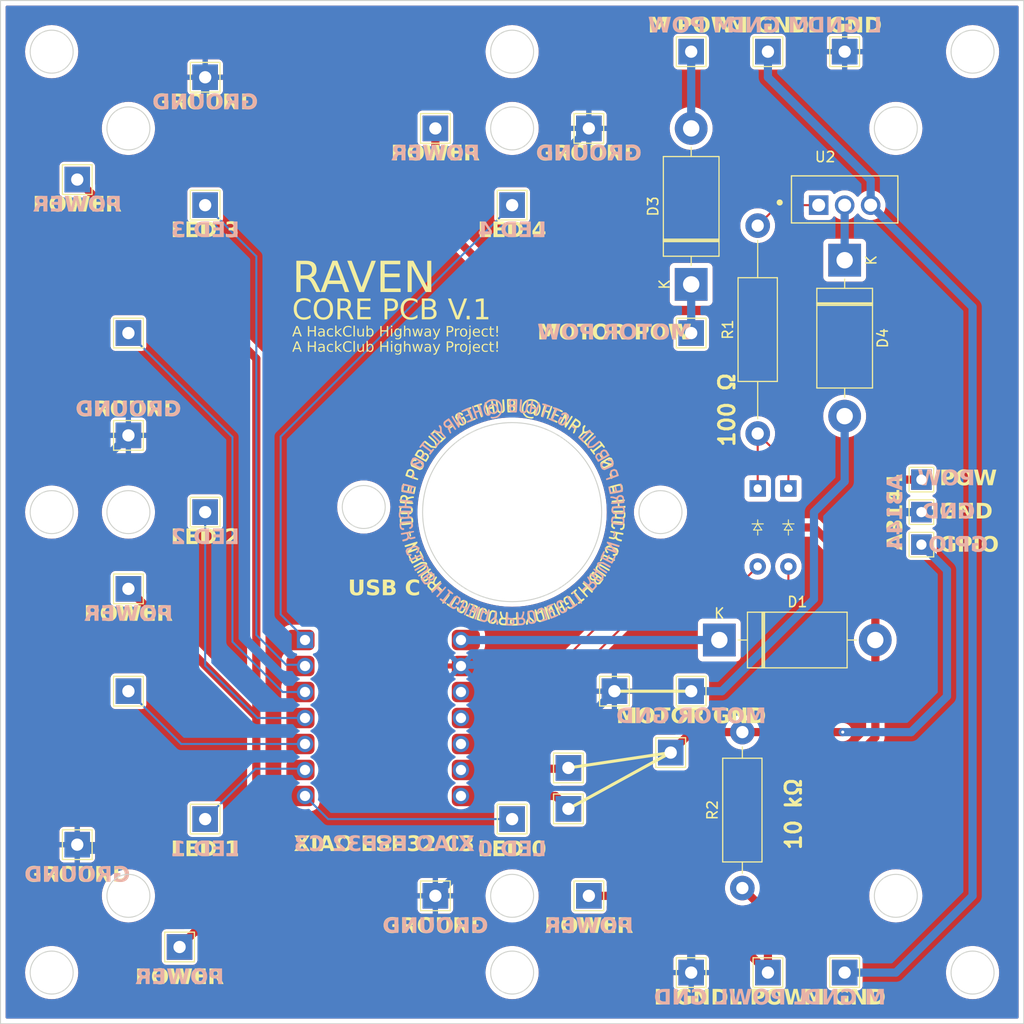
<source format=kicad_pcb>
(kicad_pcb (version 20240108) (generator "pcbnew") (generator_version "8.0")
  (layers (0 "F.Cu" signal) (31 "B.Cu" signal) (34 "B.Paste" user) (35 "F.Paste" user) (36 "B.SilkS" user "B.Silkscreen") (37 "F.SilkS" user "F.Silkscreen") (38 "B.Mask" user) (39 "F.Mask" user) (44 "Edge.Cuts" user))
  (net 0 "")
  (net 1 "Net-(D1-K)")
  (net 2 "A3114E POW")
  (net 3 "MOTOR+")
  (net 4 "MOTOR-")
  (net 5 "Net-(D4-K)")
  (net 6 "Net-(R1-Pad2)")
  (net 7 "Net-(D2-K)")
  (net 8 "A3144E GPIO")
  (net 9 "Net-(D2-A)")
  (net 10 "LED_0")
  (net 12 "LED_4")
  (net 13 "LED_BACKUP_1")
  (net 14 "LED_2")
  (net 15 "LED_3")
  (net 16 "LED_BACKUP_2")
  (net 17 "LED_1")
  (net 18 "M_5V")
  (net 19 "A3144E GND")
  (net 20 "M_GND")
  (net 21 "Net-(D5-A)")
  (footprint "TestPoint:TestPoint_THTPad_2.5x2.5mm_Drill1.2mm" (layer "F.Cu") (at 167.5 117.5)
    (property "Reference" "REF**" (hide yes))
    (property "Value" "TestPoint_THTPad_2.5x2.5mm_Drill1.2mm" (hide yes))
    (pad "0" thru_hole rect (at 0 0) (size 2.5 2.5) (drill 1.2) (layers "*.Cu" "*.Mask") (net 4 "MOTOR-"))
  )
  (footprint "TestPoint:TestPoint_THTPad_2.5x2.5mm_Drill1.2mm" (layer "F.Cu") (at 175 145)
    (property "Reference" "REF**" (hide yes))
    (property "Value" "TestPoint_THTPad_2.5x2.5mm_Drill1.2mm" (hide yes))
    (pad "0" thru_hole rect (at 0 0) (size 2.5 2.5) (drill 1.2) (layers "*.Cu" "*.Mask") (net 2 "A3114E POW"))
  )
  (footprint "TestPoint:TestPoint_THTPad_2.5x2.5mm_Drill1.2mm" (layer "F.Cu") (at 112.5 92.5)
    (property "Reference" "REF**" (hide yes))
    (property "Value" "TestPoint_THTPad_2.5x2.5mm_Drill1.2mm" (hide yes))
    (pad "1" thru_hole rect (at 0 0) (size 2.5 2.5) (drill 1.2) (layers "*.Cu" "*.Mask") (net 19 "A3144E GND"))
  )
  (footprint "TestPoint:TestPoint_THTPad_2.0x2.0mm_Drill1.0mm" (layer "F.Cu") (at 190 100)
    (property "Reference" "REF**" (hide yes))
    (property "Value" "TestPoint_THTPad_2.0x2.0mm_Drill1.0mm" (hide yes))
    (pad "3" thru_hole rect (at 0 0) (size 2 2) (drill 1) (layers "*.Cu" "*.Mask") (net 19 "A3144E GND"))
  )
  (footprint "TestPoint:TestPoint_THTPad_2.5x2.5mm_Drill1.2mm" (layer "F.Cu") (at 155.5 129 180)
    (property "Reference" "REF**" (hide yes))
    (property "Value" "TestPoint_THTPad_2.5x2.5mm_Drill1.2mm" (hide yes))
    (pad "4" thru_hole rect (at 0 0 180) (size 2.5 2.5) (drill 1.2) (layers "*.Cu" "*.Mask") (net 8 "A3144E GPIO"))
  )
  (footprint "TestPoint:TestPoint_THTPad_2.5x2.5mm_Drill1.2mm" (layer "F.Cu") (at 157.5 137.5)
    (property "Reference" "REF**" (hide yes))
    (property "Value" "TestPoint_THTPad_2.5x2.5mm_Drill1.2mm" (hide yes))
    (pad "1" thru_hole rect (at 0 0) (size 2.5 2.5) (drill 1.2) (layers "*.Cu" "*.Mask") (net 2 "A3114E POW"))
  )
  (footprint "TestPoint:TestPoint_THTPad_2.5x2.5mm_Drill1.2mm" (layer "F.Cu") (at 157.5 62.5)
    (property "Reference" "REF**" (hide yes))
    (property "Value" "TestPoint_THTPad_2.5x2.5mm_Drill1.2mm" (hide yes))
    (pad "1" thru_hole rect (at 0 0) (size 2.5 2.5) (drill 1.2) (layers "*.Cu" "*.Mask") (net 19 "A3144E GND"))
  )
  (footprint "TestPoint:TestPoint_THTPad_2.5x2.5mm_Drill1.2mm" (layer "F.Cu") (at 112.5 82.5)
    (property "Reference" "REF**" (hide yes))
    (property "Value" "TestPoint_THTPad_2.5x2.5mm_Drill1.2mm" (hide yes))
    (pad "1" thru_hole rect (at 0 0) (size 2.5 2.5) (drill 1.2) (layers "*.Cu" "*.Mask" "Eco2.User") (net 16 "LED_BACKUP_2"))
  )
  (footprint "TestPoint:TestPoint_THTPad_2.5x2.5mm_Drill1.2mm" (layer "F.Cu") (at 150 130)
    (property "Reference" "REF**" (hide yes))
    (property "Value" "TestPoint_THTPad_2.5x2.5mm_Drill1.2mm" (hide yes))
    (pad "1" thru_hole rect (at 0 0) (size 2.5 2.5) (drill 1.2) (layers "*.Cu" "*.Mask") (net 10 "LED_0"))
  )
  (footprint "TestPoint:TestPoint_THTPad_2.5x2.5mm_Drill1.2mm" (layer "F.Cu") (at 150 70)
    (property "Reference" "REF**" (hide yes))
    (property "Value" "TestPoint_THTPad_2.5x2.5mm_Drill1.2mm" (hide yes))
    (pad "1" thru_hole rect (at 0 0) (size 2.5 2.5) (drill 1.2) (layers "*.Cu" "*.Mask") (net 12 "LED_4"))
  )
  (footprint "LOGO" (layer "F.Cu") (at 150 100 45)
    (property "Reference" "G***" (hide yes))
    (property "Value" "LOGO" (hide yes))
  )
  (footprint "Resistor_THT:R_Axial_DIN0411_L9.9mm_D3.6mm_P15.24mm_Horizontal" (layer "F.Cu") (at 172.5 136.74 90)
    (property "Reference" "R2" (at 7.62 -2.92 90) (layer "F.SilkS"))
    (property "Value" "Resistor")
    (pad "1" thru_hole circle (at 0 0 90) (size 2.4 2.4) (drill 1.2) (layers "*.Cu" "*.Mask") (net 2 "A3114E POW"))
    (pad "2" thru_hole oval (at 15.24 0 90) (size 2.4 2.4) (drill 1.2) (layers "*.Cu" "*.Mask") (net 8 "A3144E GPIO"))
  )
  (footprint "TestPoint:TestPoint_THTPad_2.5x2.5mm_Drill1.2mm" (layer "F.Cu") (at 120 57.5)
    (property "Reference" "REF**" (hide yes))
    (property "Value" "TestPoint_THTPad_2.5x2.5mm_Drill1.2mm" (hide yes))
    (pad "1" thru_hole rect (at 0 0) (size 2.5 2.5) (drill 1.2) (layers "*.Cu" "*.Mask") (net 19 "A3144E GND"))
  )
  (footprint "TestPoint:TestPoint_THTPad_2.5x2.5mm_Drill1.2mm" (layer "F.Cu") (at 142.5 62.5)
    (property "Reference" "REF**" (hide yes))
    (property "Value" "TestPoint_THTPad_2.5x2.5mm_Drill1.2mm" (hide yes))
    (pad "1" thru_hole rect (at 0 0) (size 2.5 2.5) (drill 1.2) (layers "*.Cu" "*.Mask") (net 2 "A3114E POW"))
  )
  (footprint "TestPoint:TestPoint_THTPad_2.5x2.5mm_Drill1.2mm" (layer "F.Cu") (at 107.5 67.5)
    (property "Reference" "REF**" (hide yes))
    (property "Value" "TestPoint_THTPad_2.5x2.5mm_Drill1.2mm" (hide yes))
    (pad "1" thru_hole rect (at 0 0) (size 2.5 2.5) (drill 1.2) (layers "*.Cu" "*.Mask") (net 2 "A3114E POW"))
  )
  (footprint "TestPoint:TestPoint_THTPad_2.5x2.5mm_Drill1.2mm" (layer "F.Cu") (at 155.5 125 180)
    (property "Reference" "REF**" (hide yes))
    (property "Value" "TestPoint_THTPad_2.5x2.5mm_Drill1.2mm" (hide yes))
    (pad "4" thru_hole rect (at 0 0 180) (size 2.5 2.5) (drill 1.2) (layers "*.Cu" "*.Mask") (net 8 "A3144E GPIO"))
  )
  (footprint "TestPoint:TestPoint_THTPad_2.5x2.5mm_Drill1.2mm" (layer "F.Cu") (at 112.5 117.5)
    (property "Reference" "REF**" (hide yes))
    (property "Value" "TestPoint_THTPad_2.5x2.5mm_Drill1.2mm" (hide yes))
    (pad "1" thru_hole rect (at 0 0) (size 2.5 2.5) (drill 1.2) (layers "*.Cu" "*.Mask" "Eco2.User") (net 13 "LED_BACKUP_1"))
  )
  (footprint "TestPoint:TestPoint_THTPad_2.5x2.5mm_Drill1.2mm" (layer "F.Cu") (at 160 117.5)
    (property "Reference" "REF**" (hide yes))
    (property "Value" "TestPoint_THTPad_2.5x2.5mm_Drill1.2mm" (hide yes))
    (pad "0" thru_hole rect (at 0 0) (size 2.5 2.5) (drill 1.2) (layers "*.Cu" "*.Mask") (net 19 "A3144E GND"))
  )
  (footprint "TestPoint:TestPoint_THTPad_2.5x2.5mm_Drill1.2mm" (layer "F.Cu") (at 120 130)
    (property "Reference" "REF**" (hide yes))
    (property "Value" "TestPoint_THTPad_2.5x2.5mm_Drill1.2mm" (hide yes))
    (pad "1" thru_hole rect (at 0 0) (size 2.5 2.5) (drill 1.2) (layers "*.Cu" "*.Mask") (net 17 "LED_1"))
  )
  (footprint "Resistor_THT:R_Axial_DIN0411_L9.9mm_D3.6mm_P20.32mm_Horizontal" (layer "F.Cu") (at 174 92.32 90)
    (property "Reference" "R1" (at 10.16 -2.92 90) (layer "F.SilkS"))
    (property "Value" "Resistor")
    (pad "1" thru_hole circle (at 0 0 90) (size 2.4 2.4) (drill 1.2) (layers "*.Cu" "*.Mask") (net 7 "Net-(D2-K)"))
    (pad "2" thru_hole oval (at 20.32 0 90) (size 2.4 2.4) (drill 1.2) (layers "*.Cu" "*.Mask") (net 6 "Net-(R1-Pad2)"))
  )
  (footprint "TestPoint:TestPoint_THTPad_2.5x2.5mm_Drill1.2mm" (layer "F.Cu") (at 165.5 123.5 180)
    (property "Reference" "REF**" (hide yes))
    (property "Value" "TestPoint_THTPad_2.5x2.5mm_Drill1.2mm" (hide yes))
    (pad "4" thru_hole rect (at 0 0 180) (size 2.5 2.5) (drill 1.2) (layers "*.Cu" "*.Mask") (net 8 "A3144E GPIO"))
  )
  (footprint "TestPoint:TestPoint_THTPad_2.5x2.5mm_Drill1.2mm" (layer "F.Cu") (at 167.5 145)
    (property "Reference" "REF**" (hide yes))
    (property "Value" "TestPoint_THTPad_2.5x2.5mm_Drill1.2mm" (hide yes))
    (pad "0" thru_hole rect (at 0 0) (size 2.5 2.5) (drill 1.2) (layers "*.Cu" "*.Mask") (net 19 "A3144E GND"))
  )
  (footprint "TestPoint:TestPoint_THTPad_2.5x2.5mm_Drill1.2mm" (layer "F.Cu") (at 120 100)
    (property "Reference" "REF**" (hide yes))
    (property "Value" "TestPoint_THTPad_2.5x2.5mm_Drill1.2mm" (hide yes))
    (pad "1" thru_hole rect (at 0 0) (size 2.5 2.5) (drill 1.2) (layers "*.Cu" "*.Mask") (net 14 "LED_2"))
  )
  (footprint "TestPoint:TestPoint_THTPad_2.5x2.5mm_Drill1.2mm" (layer "F.Cu") (at 175 55)
    (property "Reference" "REF**" (hide yes))
    (property "Value" "TestPoint_THTPad_2.5x2.5mm_Drill1.2mm" (hide yes))
    (pad "0" thru_hole rect (at 0 0) (size 2.5 2.5) (drill 1.2) (layers "*.Cu" "*.Mask") (net 20 "M_GND"))
  )
  (footprint "Diode_THT:D_DO-201AD_P15.24mm_Horizontal" (layer "F.Cu") (at 170.25 112.5)
    (property "Reference" "D1" (at 7.62 -3.72 0) (layer "F.SilkS"))
    (property "Value" "1N5822")
    (fp_text user "K" (at 0 -2.6 0) (layer "F.SilkS"))
    (pad "1" thru_hole rect (at 0 0) (size 3.2 3.2) (drill 1.6) (layers "*.Cu" "*.Mask") (net 1 "Net-(D1-K)"))
    (pad "2" thru_hole oval (at 15.24 0) (size 3.2 3.2) (drill 1.6) (layers "*.Cu" "*.Mask") (net 2 "A3114E POW"))
  )
  (footprint "TestPoint:TestPoint_THTPad_2.5x2.5mm_Drill1.2mm" (layer "F.Cu") (at 112.5 107.5)
    (property "Reference" "REF**" (hide yes))
    (property "Value" "TestPoint_THTPad_2.5x2.5mm_Drill1.2mm" (hide yes))
    (pad "1" thru_hole rect (at 0 0) (size 2.5 2.5) (drill 1.2) (layers "*.Cu" "*.Mask") (net 2 "A3114E POW"))
  )
  (footprint "TestPoint:TestPoint_THTPad_2.0x2.0mm_Drill1.0mm" (layer "F.Cu") (at 190 103.175)
    (property "Reference" "REF**" (hide yes))
    (property "Value" "TestPoint_THTPad_2.0x2.0mm_Drill1.0mm" (hide yes))
    (pad "3" thru_hole rect (at 0 0) (size 2 2) (drill 1) (layers "*.Cu" "*.Mask") (net 8 "A3144E GPIO"))
  )
  (footprint "TestPoint:TestPoint_THTPad_2.0x2.0mm_Drill1.0mm" (layer "F.Cu") (at 190 96.825)
    (property "Reference" "REF**" (hide yes))
    (property "Value" "TestPoint_THTPad_2.0x2.0mm_Drill1.0mm" (hide yes))
    (pad "3" thru_hole rect (at 0 0) (size 2 2) (drill 1) (layers "*.Cu" "*.Mask") (net 2 "A3114E POW"))
  )
  (footprint "TestPoint:TestPoint_THTPad_2.5x2.5mm_Drill1.2mm" (layer "F.Cu") (at 107.5 132.5)
    (property "Reference" "REF**" (hide yes))
    (property "Value" "TestPoint_THTPad_2.5x2.5mm_Drill1.2mm" (hide yes))
    (pad "1" thru_hole rect (at 0 0) (size 2.5 2.5) (drill 1.2) (layers "*.Cu" "*.Mask") (net 19 "A3144E GND"))
  )
  (footprint "Diode_THT:D_DO-201AD_P15.24mm_Horizontal" (layer "F.Cu") (at 167.5 77.74 90)
    (property "Reference" "D3" (at 7.62 -3.72 90) (layer "F.SilkS"))
    (property "Value" "1N5822")
    (fp_text user "K" (at 0 -2.6 90) (layer "F.SilkS"))
    (pad "1" thru_hole rect (at 0 0 90) (size 3.2 3.2) (drill 1.6) (layers "*.Cu" "*.Mask") (net 3 "MOTOR+"))
    (pad "2" thru_hole oval (at 15.24 0 90) (size 3.2 3.2) (drill 1.6) (layers "*.Cu" "*.Mask") (net 18 "M_5V"))
  )
  (footprint "TestPoint:TestPoint_THTPad_2.5x2.5mm_Drill1.2mm" (layer "F.Cu") (at 142.5 137.5)
    (property "Reference" "REF**" (hide yes))
    (property "Value" "TestPoint_THTPad_2.5x2.5mm_Drill1.2mm" (hide yes))
    (pad "1" thru_hole rect (at 0 0) (size 2.5 2.5) (drill 1.2) (layers "*.Cu" "*.Mask") (net 19 "A3144E GND"))
  )
  (footprint "ScottoKeebs_MCU:Seeed_XIAO_RP2040" (layer "F.Cu") (at 137.38 120.12)
    (property "Reference" "U1" (hide yes))
    (property "Value" "MCU_Seeed_XIAO_ESP32-C3")
    (pad "1" smd roundrect (at -8.065 -7.62) (size 2.75 2) (layers "F.Cu" "F.Paste" "F.Mask") (net 12 "LED_4"))
    (pad "1" thru_hole rect (at -7.62 -7.62 90) (size 1.6 1.6) (drill 1) (layers "*.Cu" "*.Mask") (net 12 "LED_4"))
    (pad "2" smd roundrect (at -8.065 -5.08) (size 2.75 2) (layers "F.Cu" "F.Paste" "F.Mask") (net 15 "LED_3"))
    (pad "2" thru_hole circle (at -7.62 -5.08 90) (size 1.6 1.6) (drill 1) (layers "*.Cu" "*.Mask") (net 15 "LED_3"))
    (pad "3" smd roundrect (at -8.065 -2.54) (size 2.75 2) (layers "F.Cu" "F.Paste" "F.Mask") (net 16 "LED_BACKUP_2"))
    (pad "3" thru_hole circle (at -7.62 -2.54 90) (size 1.6 1.6) (drill 1) (layers "*.Cu" "*.Mask") (net 16 "LED_BACKUP_2"))
    (pad "4" smd roundrect (at -8.065 0) (size 2.75 2) (layers "F.Cu" "F.Paste" "F.Mask") (net 14 "LED_2"))
    (pad "4" thru_hole circle (at -7.62 0 90) (size 1.6 1.6) (drill 1) (layers "*.Cu" "*.Mask") (net 14 "LED_2"))
    (pad "5" smd roundrect (at -8.065 2.54) (size 2.75 2) (layers "F.Cu" "F.Paste" "F.Mask") (net 13 "LED_BACKUP_1"))
    (pad "5" thru_hole circle (at -7.62 2.54 90) (size 1.6 1.6) (drill 1) (layers "*.Cu" "*.Mask") (net 13 "LED_BACKUP_1"))
    (pad "6" smd roundrect (at -8.065 5.08) (size 2.75 2) (layers "F.Cu" "F.Paste" "F.Mask") (net 17 "LED_1"))
    (pad "6" thru_hole circle (at -7.62 5.08 90) (size 1.6 1.6) (drill 1) (layers "*.Cu" "*.Mask") (net 17 "LED_1"))
    (pad "7" smd roundrect (at -8.065 7.62) (size 2.75 2) (layers "F.Cu" "F.Paste" "F.Mask") (net 10 "LED_0"))
    (pad "7" thru_hole circle (at -7.62 7.62 90) (size 1.6 1.6) (drill 1) (layers "*.Cu" "*.Mask") (net 10 "LED_0"))
    (pad "8" thru_hole circle (at 7.62 7.62 90) (size 1.6 1.6) (drill 1) (layers "*.Cu" "*.Mask") (net 8 "A3144E GPIO"))
    (pad "8" smd roundrect (at 8.1 7.62) (size 2.75 2) (layers "F.Cu" "F.Paste" "F.Mask") (net 8 "A3144E GPIO"))
    (pad "9" thru_hole circle (at 7.62 5.08 90) (size 1.6 1.6) (drill 1) (layers "*.Cu" "*.Mask") (net 8 "A3144E GPIO"))
    (pad "9" smd roundrect (at 8.1 5.08) (size 2.75 2) (layers "F.Cu" "F.Paste" "F.Mask") (net 8 "A3144E GPIO"))
    (pad "10" thru_hole circle (at 7.62 2.54 90) (size 1.6 1.6) (drill 1) (layers "*.Cu" "*.Mask") (net 9 "Net-(D2-A)"))
    (pad "10" smd roundrect (at 8.1 2.54) (size 2.75 2) (layers "F.Cu" "F.Paste" "F.Mask") (net 9 "Net-(D2-A)"))
    (pad "11" thru_hole circle (at 7.62 0 90) (size 1.6 1.6) (drill 1) (layers "*.Cu" "*.Mask") (net 21 "Net-(D5-A)"))
    (pad "11" smd roundrect (at 8.1 0) (size 2.75 2) (layers "F.Cu" "F.Paste" "F.Mask") (net 21 "Net-(D5-A)"))
    (pad "12" thru_hole circle (at 7.62 -2.54 90) (size 1.6 1.6) (drill 1) (layers "*.Cu" "*.Mask"))
    (pad "12" smd roundrect (at 8.1 -2.54) (size 2.75 2) (layers "F.Cu" "F.Paste" "F.Mask"))
    (pad "13" thru_hole circle (at 7.62 -5.08 90) (size 1.6 1.6) (drill 1) (layers "*.Cu" "*.Mask") (net 19 "A3144E GND"))
    (pad "13" smd roundrect (at 8.1 -5.08) (size 2.75 2) (layers "F.Cu" "F.Paste" "F.Mask") (net 19 "A3144E GND"))
    (pad "14" thru_hole circle (at 7.62 -7.62 90) (size 1.6 1.6) (drill 1) (layers "*.Cu" "*.Mask") (net 1 "Net-(D1-K)"))
    (pad "14" smd roundrect (at 8.1 -7.62) (size 2.75 2) (layers "F.Cu" "F.Paste" "F.Mask") (net 1 "Net-(D1-K)"))
  )
  (footprint "TestPoint:TestPoint_THTPad_2.5x2.5mm_Drill1.2mm" (layer "F.Cu") (at 182.5 145 180)
    (property "Reference" "REF**" (hide yes))
    (property "Value" "TestPoint_THTPad_2.5x2.5mm_Drill1.2mm" (hide yes))
    (pad "0" thru_hole rect (at 0 0 180) (size 2.5 2.5) (drill 1.2) (layers "*.Cu" "*.Mask") (net 20 "M_GND"))
  )
  (footprint "TestPoint:TestPoint_THTPad_2.5x2.5mm_Drill1.2mm" (layer "F.Cu") (at 167.5 82.5)
    (property "Reference" "REF**" (hide yes))
    (property "Value" "TestPoint_THTPad_2.5x2.5mm_Drill1.2mm" (hide yes))
    (pad "0" thru_hole rect (at 0 0) (size 2.5 2.5) (drill 1.2) (layers "*.Cu" "*.Mask") (net 3 "MOTOR+"))
  )
  (footprint "Diode_THT:D_DO-201AD_P15.24mm_Horizontal" (layer "F.Cu") (at 182.5 75.38 -90)
    (property "Reference" "D4" (at 7.62 -3.72 90) (layer "F.SilkS"))
    (property "Value" "1N5822")
    (fp_text user "K" (at 0 -2.6 90) (layer "F.SilkS"))
    (pad "1" thru_hole rect (at 0 0 270) (size 3.2 3.2) (drill 1.6) (layers "*.Cu" "*.Mask") (net 5 "Net-(D4-K)"))
    (pad "2" thru_hole oval (at 15.24 0 270) (size 3.2 3.2) (drill 1.6) (layers "*.Cu" "*.Mask") (net 4 "MOTOR-"))
  )
  (footprint "ScottoKeebs_Components:Diode_DO-35" (layer "F.Cu") (at 174 97.69 -90)
    (property "Reference" "D5" (hide yes))
    (property "Value" "Diode" (hide yes))
    (pad "1" thru_hole rect (at 0 0 270) (size 1.6 1.6) (drill 0.8) (layers "*.Cu" "*.Mask") (net 7 "Net-(D2-K)"))
    (pad "2" thru_hole oval (at 7.62 0 270) (size 1.6 1.6) (drill 0.8) (layers "*.Cu" "*.Mask") (net 21 "Net-(D5-A)"))
  )
  (footprint "TestPoint:TestPoint_THTPad_2.5x2.5mm_Drill1.2mm" (layer "F.Cu") (at 167.5 55)
    (property "Reference" "REF**" (hide yes))
    (property "Value" "TestPoint_THTPad_2.5x2.5mm_Drill1.2mm" (hide yes))
    (pad "0" thru_hole rect (at 0 0) (size 2.5 2.5) (drill 1.2) (layers "*.Cu" "*.Mask") (net 18 "M_5V"))
  )
  (footprint "TestPoint:TestPoint_THTPad_2.5x2.5mm_Drill1.2mm" (layer "F.Cu") (at 117.5 142.5)
    (property "Reference" "REF**" (hide yes))
    (property "Value" "TestPoint_THTPad_2.5x2.5mm_Drill1.2mm" (hide yes))
    (pad "1" thru_hole rect (at 0 0) (size 2.5 2.5) (drill 1.2) (layers "*.Cu" "*.Mask") (net 2 "A3114E POW"))
  )
  (footprint "ScottoKeebs_Components:Diode_DO-35" (layer "F.Cu") (at 177 97.690001 -90)
    (property "Reference" "D2" (hide yes))
    (property "Value" "Diode" (hide yes))
    (pad "1" thru_hole rect (at 0 0 270) (size 1.6 1.6) (drill 0.8) (layers "*.Cu" "*.Mask") (net 7 "Net-(D2-K)"))
    (pad "2" thru_hole oval (at 7.62 0 270) (size 1.6 1.6) (drill 0.8) (layers "*.Cu" "*.Mask") (net 9 "Net-(D2-A)"))
  )
  (footprint "STP55NF06L:TO254P1040X460X1935-3" (layer "F.Cu") (at 179.96 70)
    (property "Reference" "U2" (at 0.63143 -4.71072 0) (layer "F.SilkS"))
    (property "Value" "STP55NF06L")
    (pad "1" thru_hole rect (at 0 0) (size 1.91 1.91) (drill 1.27) (layers "*.Cu" "*.Mask") (net 6 "Net-(R1-Pad2)"))
    (pad "2" thru_hole circle (at 2.54 0) (size 1.91 1.91) (drill 1.27) (layers "*.Cu" "*.Mask") (net 5 "Net-(D4-K)"))
    (pad "3" thru_hole circle (at 5.08 0) (size 1.91 1.91) (drill 1.27) (layers "*.Cu" "*.Mask") (net 20 "M_GND"))
  )
  (footprint "TestPoint:TestPoint_THTPad_2.5x2.5mm_Drill1.2mm" (layer "F.Cu") (at 120 70)
    (property "Reference" "REF**" (hide yes))
    (property "Value" "TestPoint_THTPad_2.5x2.5mm_Drill1.2mm" (hide yes))
    (pad "1" thru_hole rect (at 0 0) (size 2.5 2.5) (drill 1.2) (layers "*.Cu" "*.Mask") (net 15 "LED_3"))
  )
  (footprint "TestPoint:TestPoint_THTPad_2.5x2.5mm_Drill1.2mm" (layer "F.Cu") (at 182.5 55)
    (property "Reference" "REF**" (hide yes))
    (property "Value" "TestPoint_THTPad_2.5x2.5mm_Drill1.2mm" (hide yes))
    (pad "0" thru_hole rect (at 0 0) (size 2.5 2.5) (drill 1.2) (layers "*.Cu" "*.Mask") (net 19 "A3144E GND"))
  )
  (footprint "LOGO" (layer "B.Cu") (at 150 100 135)
    (property "Reference" "G***" (hide yes))
    (property "Value" "LOGO" (hide yes))
  )
  (gr_line (start 155.5 129) (end 165.5 123.5) (stroke (width 0.3)) (layer "F.SilkS"))
  (gr_line (start 160 117.5) (end 167.5 117.5) (stroke (width 0.3)) (layer "F.SilkS"))
  (gr_line (start 165.5 123.5) (end 155.5 125) (stroke (width 0.3)) (layer "F.SilkS"))
  (gr_circle (center 187.5 62.5) (end 185.4 62.5) (stroke (width 0.1)) (fill none) (layer "Edge.Cuts"))
  (gr_circle (center 195 55) (end 192.9 55) (stroke (width 0.1)) (fill none) (layer "Edge.Cuts"))
  (gr_circle (center 150 55) (end 152.1 55) (stroke (width 0.1)) (fill none) (layer "Edge.Cuts"))
  (gr_circle (center 135.5 99.5) (end 137.6 99.5) (stroke (width 0.1)) (fill none) (layer "Edge.Cuts"))
  (gr_circle (center 187.5 137.5) (end 187.5 135.4) (stroke (width 0.1)) (fill none) (layer "Edge.Cuts"))
  (gr_circle (center 112.5 100) (end 114.6 100) (stroke (width 0.1)) (fill none) (layer "Edge.Cuts"))
  (gr_circle (center 150 137.5) (end 152.1 137.5) (stroke (width 0.1)) (fill none) (layer "Edge.Cuts"))
  (gr_circle (center 150 145) (end 152.1 145) (stroke (width 0.1)) (fill none) (layer "Edge.Cuts"))
  (gr_circle (center 112.5 137.5) (end 114.6 137.5) (stroke (width 0.1)) (fill none) (layer "Edge.Cuts"))
  (gr_circle (center 150 62.5) (end 152.1 62.5) (stroke (width 0.1)) (fill none) (layer "Edge.Cuts"))
  (gr_rect (start 100 50) (end 200 150) (stroke (width 0.1)) (fill none) (layer "Edge.Cuts"))
  (gr_circle (center 105 145) (end 107.1 145) (stroke (width 0.1)) (fill none) (layer "Edge.Cuts"))
  (gr_circle (center 112.5 62.5) (end 114.6 62.5) (stroke (width 0.1)) (fill none) (layer "Edge.Cuts"))
  (gr_circle (center 150 100) (end 158.75 100) (stroke (width 0.1)) (fill none) (layer "Edge.Cuts"))
  (gr_circle (center 105 100) (end 107.1 100) (stroke (width 0.1)) (fill none) (layer "Edge.Cuts"))
  (gr_circle (center 164.5 100) (end 166.6 100) (stroke (width 0.1)) (fill none) (layer "Edge.Cuts"))
  (gr_circle (center 105 55) (end 107.1 55) (stroke (width 0.1)) (fill none) (layer "Edge.Cuts"))
  (gr_circle (center 195 145) (end 195 142.9) (stroke (width 0.1)) (fill none) (layer "Edge.Cuts"))
  (gr_text "LED 1" (at 120 133 -0) (layer "B.SilkS") (effects (font (size 1.5 1.5) (thickness 0.3) (bold yes)) (justify mirror)))
  (gr_text "POWER" (at 112.5 110 -0) (layer "B.SilkS") (effects (font (size 1.5 1.5) (thickness 0.3) (bold yes)) (justify mirror)))
  (gr_text "POW" (at 195.25 96.75 -0) (layer "B.SilkS") (effects (font (size 1.5 1.5) (thickness 0.3) (bold yes)) (justify left mirror)))
  (gr_text "POWER" (at 142.5 65 -0) (layer "B.SilkS") (effects (font (size 1.5 1.5) (thickness 0.3) (bold yes)) (justify mirror)))
  (gr_text "L GND" (at 182.5 52.5 -0) (layer "B.SilkS") (effects (font (size 1.5 1.5) (thickness 0.3) (bold yes)) (justify mirror)))
  (gr_text "GROUND" (at 112.5 90 -0) (layer "B.SilkS") (effects (font (size 1.5 1.5) (thickness 0.3) (bold yes)) (justify mirror)))
  (gr_text "M POW" (at 167.5 52.5 -0) (layer "B.SilkS") (effects (font (size 1.5 1.5) (thickness 0.3) (bold yes)) (justify mirror)))
  (gr_text "GPIO" (at 196.5 103.25 -0) (layer "B.SilkS") (effects (font (size 1.5 1.5) (thickness 0.3) (bold yes)) (justify left mirror)))
  (gr_text "GROUND" (at 157.5 65 -0) (layer "B.SilkS") (effects (font (size 1.5 1.5) (thickness 0.3) (bold yes)) (justify mirror)))
  (gr_text "MOTOR POW" (at 160 82.5 -0) (layer "B.SilkS") (effects (font (size 1.5 1.5) (thickness 0.3) (bold yes)) (justify mirror)))
  (gr_text "XIAO ESP32 C3" (at 137.5 132.5 -0) (layer "B.SilkS") (effects (font (size 1.5 1.5) (thickness 0.3) (bold yes)) (justify mirror)))
  (gr_text "M GND" (at 175 52.5 -0) (layer "B.SilkS") (effects (font (size 1.5 1.5) (thickness 0.3) (bold yes)) (justify mirror)))
  (gr_text "POWER" (at 117.5 145.5 -0) (layer "B.SilkS") (effects (font (size 1.5 1.5) (thickness 0.3) (bold yes)) (justify mirror)))
  (gr_text "LED 4" (at 150 72.5 -0) (layer "B.SilkS") (effects (font (size 1.5 1.5) (thickness 0.3) (bold yes)) (justify mirror)))
  (gr_text "LED 3" (at 120 72.5 -0) (layer "B.SilkS") (effects (font (size 1.5 1.5) (thickness 0.3) (bold yes)) (justify mirror)))
  (gr_text "GROUND" (at 120 60 -0) (layer "B.SilkS") (effects (font (size 1.5 1.5) (thickness 0.3) (bold yes)) (justify mirror)))
  (gr_text "A3144" (at 187.5 100 90) (layer "B.SilkS") (effects (font (size 1.5 1.5) (thickness 0.3) (bold yes)) (justify mirror)))
  (gr_text "POWER" (at 107.5 70 -0) (layer "B.SilkS") (effects (font (size 1.5 1.5) (thickness 0.3) (bold yes)) (justify mirror)))
  (gr_text "LED 0" (at 150 133 -0) (layer "B.SilkS") (effects (font (size 1.5 1.5) (thickness 0.3) (bold yes)) (justify mirror)))
  (gr_text "GROUND" (at 142.5 140.5 -0) (layer "B.SilkS") (effects (font (size 1.5 1.5) (thickness 0.3) (bold yes)) (justify mirror)))
  (gr_text "GND" (at 195.25 100 -0) (layer "B.SilkS") (effects (font (size 1.5 1.5) (thickness 0.3) (bold yes)) (justify left mirror)))
  (gr_text "POWER" (at 157.5 140.5 -0) (layer "B.SilkS") (effects (font (size 1.5 1.5) (thickness 0.3) (bold yes)) (justify mirror)))
  (gr_text "MOTOR GND" (at 167.5 120 -0) (layer "B.SilkS") (effects (font (size 1.5 1.5) (thickness 0.3) (bold yes)) (justify mirror)))
  (gr_text "M GND" (at 182.5 147.5 -0) (layer "B.SilkS") (effects (font (size 1.5 1.5) (thickness 0.3) (bold yes)) (justify mirror)))
  (gr_text "GROUND" (at 107.5 135.5 -0) (layer "B.SilkS") (effects (font (size 1.5 1.5) (thickness 0.3) (bold yes)) (justify mirror)))
  (gr_text "LED 2" (at 120 102.5 -0) (layer "B.SilkS") (effects (font (size 1.5 1.5) (thickness 0.3) (bold yes)) (justify mirror)))
  (gr_text "L POW" (at 175 147.5 -0) (layer "B.SilkS") (effects (font (size 1.5 1.5) (thickness 0.3) (bold yes)) (justify mirror)))
  (gr_text "L GND" (at 167.5 147.5 -0) (layer "B.SilkS") (effects (font (size 1.5 1.5) (thickness 0.3) (bold yes)) (justify mirror)))
  (gr_text "GROUND" (at 107.5 135.5 0) (layer "F.SilkS") (effects (font (size 1.5 1.5) (thickness 0.3) (bold yes))))
  (gr_text "LED 2" (at 120 102.5 0) (layer "F.SilkS") (effects (font (size 1.5 1.5) (thickness 0.3) (bold yes))))
  (gr_text "A HackClub Highway Project!" (at 128.5 83 0) (layer "F.SilkS") (effects (font (size 1 1) (thickness 0.1)) (justify left bottom)))
  (gr_text "100 Ω" (at 171 90 90) (layer "F.SilkS") (effects (font (size 1.5 1.5) (thickness 0.3) (bold yes))))
  (gr_text "GROUND" (at 120 60 0) (layer "F.SilkS") (effects (font (size 1.5 1.5) (thickness 0.3) (bold yes))))
  (gr_text "XIAO ESP32 C3" (at 137.5 132.5 0) (layer "F.SilkS") (effects (font (size 1.5 1.5) (thickness 0.3) (bold yes))))
  (gr_text "LED 0" (at 150 133 0) (layer "F.SilkS") (effects (font (size 1.5 1.5) (thickness 0.3) (bold yes))))
  (gr_text "GROUND" (at 112.5 90 0) (layer "F.SilkS") (effects (font (size 1.5 1.5) (thickness 0.3) (bold yes))))
  (gr_text "MOTOR POW" (at 160 82.5 0) (layer "F.SilkS") (effects (font (size 1.5 1.5) (thickness 0.3) (bold yes))))
  (gr_text "LED 1" (at 120 133 0) (layer "F.SilkS") (effects (font (size 1.5 1.5) (thickness 0.3) (bold yes))))
  (gr_text "L GND" (at 182.5 52.5 0) (layer "F.SilkS") (effects (font (size 1.5 1.5) (thickness 0.3) (bold yes))))
  (gr_text "LED 3" (at 120 72.5 0) (layer "F.SilkS") (effects (font (size 1.5 1.5) (thickness 0.3) (bold yes))))
  (gr_text "POWER" (at 157.5 140.5 0) (layer "F.SilkS") (effects (font (size 1.5 1.5) (thickness 0.3) (bold yes))))
  (gr_text "A3144" (at 187.5 100 90) (layer "F.SilkS") (effects (font (size 1.5 1.5) (thickness 0.3) (bold yes))))
  (gr_text "A HackClub Highway Project!" (at 128.5 84.5 0) (layer "F.SilkS") (effects (font (size 1 1) (thickness 0.1)) (justify left bottom)))
  (gr_text "GROUND" (at 142.5 140.5 0) (layer "F.SilkS") (effects (font (size 1.5 1.5) (thickness 0.3) (bold yes))))
  (gr_text "GND" (at 191.75 100 0) (layer "F.SilkS") (effects (font (size 1.5 1.5) (thickness 0.3) (bold yes)) (justify left)))
  (gr_text "CORE PCB V.1" (at 128.5 81.5 0) (layer "F.SilkS") (effects (font (size 2 2) (thickness 0.1)) (justify left bottom)))
  (gr_text "L GND" (at 167.5 147.5 0) (layer "F.SilkS") (effects (font (size 1.5 1.5) (thickness 0.3) (bold yes))))
  (gr_text "RAVEN" (at 128.5 79 0) (layer "F.SilkS") (effects (font (size 3 3) (thickness 0.1)) (justify left bottom)))
  (gr_text "10 kΩ" (at 177.5 129.5 90) (layer "F.SilkS") (effects (font (size 1.5 1.5) (thickness 0.3) (bold yes))))
  (gr_text "GROUND" (at 157.5 65 0) (layer "F.SilkS") (effects (font (size 1.5 1.5) (thickness 0.3) (bold yes))))
  (gr_text "POWER" (at 117.5 145.5 0) (layer "F.SilkS") (effects (font (size 1.5 1.5) (thickness 0.3) (bold yes))))
  (gr_text "M POW" (at 167.5 52.5 0) (layer "F.SilkS") (effects (font (size 1.5 1.5) (thickness 0.3) (bold yes))))
  (gr_text "L POW" (at 175 147.5 0) (layer "F.SilkS") (effects (font (size 1.5 1.5) (thickness 0.3) (bold yes))))
  (gr_text "POWER" (at 142.5 65 0) (layer "F.SilkS") (effects (font (size 1.5 1.5) (thickness 0.3) (bold yes))))
  (gr_text "MOTOR GND" (at 167.5 120 0) (layer "F.SilkS") (effects (font (size 1.5 1.5) (thickness 0.3) (bold yes))))
  (gr_text "USB C" (at 137.5 107.5 0) (layer "F.SilkS") (effects (font (size 1.5 1.5) (thickness 0.3) (bold yes))))
  (gr_text "GPIO" (at 191.75 103.25 0) (layer "F.SilkS") (effects (font (size 1.5 1.5) (thickness 0.3) (bold yes)) (justify left)))
  (gr_text "POWER" (at 107.5 70 0) (layer "F.SilkS") (effects (font (size 1.5 1.5) (thickness 0.3) (bold yes))))
  (gr_text "M GND" (at 175 52.5 0) (layer "F.SilkS") (effects (font (size 1.5 1.5) (thickness 0.3) (bold yes))))
  (gr_text "LED 4" (at 150 72.5 0) (layer "F.SilkS") (effects (font (size 1.5 1.5) (thickness 0.3) (bold yes))))
  (gr_text "M GND" (at 182.5 147.5 0) (layer "F.SilkS") (effects (font (size 1.5 1.5) (thickness 0.3) (bold yes))))
  (gr_text "POW" (at 191.75 96.75 0) (layer "F.SilkS") (effects (font (size 1.5 1.5) (thickness 0.3) (bold yes)) (justify left)))
  (gr_text "POWER" (at 112.5 110 0) (layer "F.SilkS") (effects (font (size 1.5 1.5) (thickness 0.3) (bold yes))))
  (segment (start 145.36 112.5) (end 145 112.5) (width 0.8) (layer "B.Cu") (net 1))
  (segment (start 145.48 112.38) (end 145.36 112.5) (width 0.8) (layer "B.Cu") (net 1))
  (segment (start 145 112.5) (end 170.25 112.5) (width 0.8) (layer "B.Cu") (net 1))
  (segment (start 130 141) (end 125 136) (width 0.8) (layer "F.Cu") (net 2))
  (segment (start 175 140.5) (end 175 145) (width 0.8) (layer "F.Cu") (net 2))
  (segment (start 185.5 109) (end 185.5 107.5) (width 0.8) (layer "F.Cu") (net 2))
  (segment (start 175 139.24) (end 172.5 136.74) (width 0.8) (layer "F.Cu") (net 2))
  (segment (start 125 85) (end 120 80) (width 0.8) (layer "F.Cu") (net 2))
  (segment (start 185.5 107.5) (end 179.5 101.5) (width 0.8) (layer "F.Cu") (net 2))
  (segment (start 119 141) (end 117.5 142.5) (width 0.8) (layer "F.Cu") (net 2))
  (segment (start 190 96.825) (end 186.675 96.825) (width 0.8) (layer "F.Cu") (net 2))
  (segment (start 175 145) (end 170 140) (width 0.8) (layer "F.Cu") (net 2))
  (segment (start 130 141) (end 119 141) (width 0.8) (layer "F.Cu") (net 2))
  (segment (start 186.675 96.825) (end 185.5 98) (width 0.8) (layer "F.Cu") (net 2))
  (segment (start 125 136) (end 125 120) (width 0.8) (layer "F.Cu") (net 2))
  (segment (start 120 80) (end 107.5 67.5) (width 0.8) (layer "F.Cu") (net 2))
  (segment (start 175 132.5) (end 175 139.24) (width 0.8) (layer "F.Cu") (net 2))
  (segment (start 171 141) (end 130 141) (width 0.8) (layer "F.Cu") (net 2))
  (segment (start 125 120) (end 112.5 107.5) (width 0.8) (layer "F.Cu") (net 2))
  (segment (start 125 120) (end 125 85) (width 0.8) (layer "F.Cu") (net 2))
  (segment (start 185.5 98) (end 185.5 122) (width 0.8) (layer "F.Cu") (net 2))
  (segment (start 142.5 71.25) (end 142.5 62.5) (width 0.8) (layer "F.Cu") (net 2))
  (segment (start 172.75 101.5) (end 142.5 71.25) (width 0.8) (layer "F.Cu") (net 2))
  (segment (start 167.5 137.5) (end 157.5 137.5) (width 0.8) (layer "F.Cu") (net 2))
  (segment (start 179.5 101.5) (end 172.75 101.5) (width 0.8) (layer "F.Cu") (net 2))
  (segment (start 170 140) (end 167.5 137.5) (width 0.8) (layer "F.Cu") (net 2))
  (segment (start 185.5 122) (end 175 132.5) (width 0.8) (layer "F.Cu") (net 2))
  (segment (start 175 140.5) (end 175 139.24) (width 0.8) (layer "F.Cu") (net 2))
  (segment (start 167.5 77.74) (end 167.5 82.5) (width 0.8) (layer "B.Cu") (net 3))
  (segment (start 167.5 118.275) (end 167.5 117.62) (width 0.2) (layer "F.Cu") (net 4))
  (segment (start 170.5 117.5) (end 179.5 108.5) (width 0.8) (layer "B.Cu") (net 4))
  (segment (start 167.5 117.62) (end 167.5 117.5) (width 0.8) (layer "B.Cu") (net 4))
  (segment (start 179.5 108.5) (end 179.5 100) (width 0.8) (layer "B.Cu") (net 4))
  (segment (start 179.5 100) (end 182.5 97) (width 0.8) (layer "B.Cu") (net 4))
  (segment (start 182.5 97) (end 182.5 90.62) (width 0.8) (layer "B.Cu") (net 4))
  (segment (start 167.5 117.5) (end 170.5 117.5) (width 0.8) (layer "B.Cu") (net 4))
  (segment (start 182.5 70) (end 182.5 75.38) (width 0.8) (layer "B.Cu") (net 5))
  (segment (start 176 70) (end 179.96 70) (width 0.2) (layer "F.Cu") (net 6))
  (segment (start 174 72) (end 176 70) (width 0.2) (layer "F.Cu") (net 6))
  (segment (start 177 97.690001) (end 177 95.32) (width 0.2) (layer "F.Cu") (net 7))
  (segment (start 174 92.32) (end 174 97.69) (width 0.2) (layer "F.Cu") (net 7))
  (segment (start 177 95.32) (end 174 92.32) (width 0.2) (layer "F.Cu") (net 7))
  (segment (start 167.5 121.5) (end 165.5 123.5) (width 0.8) (layer "F.Cu") (net 8))
  (segment (start 145 127.74) (end 154.24 127.74) (width 0.8) (layer "F.Cu") (net 8))
  (segment (start 182.31 121.5) (end 172.62 121.5) (width 0.8) (layer "F.Cu") (net 8))
  (segment (start 145 127.74) (end 145.12 127.62) (width 0.8) (layer "F.Cu") (net 8))
  (segment (start 172.5 121.5) (end 167.5 121.5) (width 0.8) (layer "F.Cu") (net 8))
  (segment (start 154.24 127.74) (end 155.5 129) (width 0.8) (layer "F.Cu") (net 8))
  (segment (start 145 125.2) (end 145.12 125.08) (width 0.8) (layer "F.Cu") (net 8))
  (segment (start 145.12 125.08) (end 155.42 125.08) (width 0.8) (layer "F.Cu") (net 8))
  (via (at 182.31 121.5) (size 0.6) (drill 0.3) (layers "F.Cu" "B.Cu") (net 8))
  (segment (start 192.5 118) (end 192.5 105.675) (width 0.8) (layer "B.Cu") (net 8))
  (segment (start 189 121.5) (end 192.5 118) (width 0.8) (layer "B.Cu") (net 8))
  (segment (start 192.5 105.675) (end 190 103.175) (width 0.8) (layer "B.Cu") (net 8))
  (segment (start 189 121.5) (end 182.31 121.5) (width 0.8) (layer "B.Cu") (net 8))
  (segment (start 163 109) (end 175 109) (width 0.2) (layer "F.Cu") (net 9))
  (segment (start 177 107) (end 177 105.310001) (width 0.2) (layer "F.Cu") (net 9))
  (segment (start 145 122.54) (end 145.46 122.54) (width 0.2) (layer "F.Cu") (net 9))
  (segment (start 145 122.66) (end 149.34 122.66) (width 0.2) (layer "F.Cu") (net 9))
  (segment (start 175 109) (end 177 107) (width 0.2) (layer "F.Cu") (net 9))
  (segment (start 149.34 122.66) (end 163 109) (width 0.2) (layer "F.Cu") (net 9))
  (segment (start 129.76 127.62) (end 129.88 127.62) (width 0.2) (layer "F.Cu") (net 10))
  (segment (start 132.02 130) (end 150 130) (width 0.2) (layer "B.Cu") (net 10))
  (segment (start 129.88 127.86) (end 132.02 130) (width 0.2) (layer "B.Cu") (net 10))
  (segment (start 129.88 127.62) (end 129.88 127.86) (width 0.2) (layer "B.Cu") (net 10))
  (segment (start 129.76 112.5) (end 129.76 112.38) (width 0.2) (layer "B.Cu") (net 12))
  (segment (start 127.38 110) (end 127.38 92.62) (width 0.2) (layer "B.Cu") (net 12))
  (segment (start 129.76 112.38) (end 127.38 110) (width 0.2) (layer "B.Cu") (net 12))
  (segment (start 127.38 92.62) (end 150 70) (width 0.2) (layer "B.Cu") (net 12))
  (segment (start 129.72 122.5) (end 129.76 122.54) (width 0.2) (layer "F.Cu") (net 13))
  (segment (start 117.66 122.66) (end 129.56 122.66) (width 0.2) (layer "B.Cu") (net 13))
  (segment (start 129.56 122.66) (end 129.72 122.5) (width 0.2) (layer "B.Cu") (net 13))
  (segment (start 112.5 117.5) (end 117.66 122.66) (width 0.2) (layer "B.Cu") (net 13))
  (segment (start 120 100) (end 120 115) (width 0.2) (layer "B.Cu") (net 14))
  (segment (start 129.195 120.12) (end 129.315 120) (width 0.2) (layer "B.Cu") (net 14))
  (segment (start 125.12 120.12) (end 129.195 120.12) (width 0.2) (layer "B.Cu") (net 14))
  (segment (start 120 115) (end 125.12 120.12) (width 0.2) (layer "B.Cu") (net 14))
  (segment (start 127.92 114.92) (end 129.315 114.92) (width 0.2) (layer "B.Cu") (net 15))
  (segment (start 125 75) (end 125 112) (width 0.2) (layer "B.Cu") (net 15))
  (segment (start 125 112) (end 127.92 114.92) (width 0.2) (layer "B.Cu") (net 15))
  (segment (start 120 70) (end 125 75) (width 0.2) (layer "B.Cu") (net 15))
  (segment (start 129.315 117.46) (end 129.195 117.58) (width 0.2) (layer "B.Cu") (net 16))
  (segment (start 127.58 117.58) (end 122.665686 112.665686) (width 0.2) (layer "B.Cu") (net 16))
  (segment (start 129.195 117.58) (end 127.58 117.58) (width 0.2) (layer "B.Cu") (net 16))
  (segment (start 122.665686 112.665686) (end 122.665686 92.665686) (width 0.2) (layer "B.Cu") (net 16))
  (segment (start 122.665686 92.665686) (end 112.5 82.5) (width 0.2) (layer "B.Cu") (net 16))
  (segment (start 120 130) (end 124.92 125.08) (width 0.2) (layer "B.Cu") (net 17))
  (segment (start 124.92 125.08) (end 129.64 125.08) (width 0.2) (layer "B.Cu") (net 17))
  (segment (start 129.64 125.08) (end 129.76 125.2) (width 0.2) (layer "B.Cu") (net 17))
  (segment (start 167.5 62.5) (end 167.5 55) (width 0.8) (layer "B.Cu") (net 18))
  (segment (start 108 133) (end 107.5 132.5) (width 0.8) (layer "F.Cu") (net 19))
  (segment (start 109 96) (end 109 73.5) (width 0.8) (layer "B.Cu") (net 19))
  (segment (start 157.5 122.5) (end 156.25 121.25) (width 0.8) (layer "B.Cu") (net 19))
  (segment (start 163 133) (end 112.5 133) (width 0.8) (layer "B.Cu") (net 19))
  (segment (start 145.12 114.92) (end 145 115.04) (width 0.8) (layer "B.Cu") (net 19))
  (segment (start 156.25 121.25) (end 149.92 114.92) (width 0.8) (layer "B.Cu") (net 19))
  (segment (start 167.5 132.5) (end 167.5 135) (width 0.8) (layer "B.Cu") (net 19))
  (segment (start 156.25 121.25) (end 160 117.5) (width 0.8) (layer "B.Cu") (net 19))
  (segment (start 167.5 135) (end 167.5 145) (width 0.8) (layer "B.Cu") (net 19))
  (segment (start 109 126.5) (end 109 96) (width 0.8) (layer "B.Cu") (net 19))
  (segment (start 147 133) (end 142.5 137.5) (width 0.8) (layer "B.Cu") (net 19))
  (segment (start 157.5 122.5) (end 167.5 132.5) (width 0.8) (layer "B.Cu") (net 19))
  (segment (start 115.5 133) (end 109 126.5) (width 0.8) (layer "B.Cu") (net 19))
  (segment (start 120 62.5) (end 120 57.5) (width 0.8) (layer "B.Cu") (net 19))
  (segment (start 153.75 66.25) (end 157.5 62.5) (width 0.8) (layer "B.Cu") (net 19))
  (segment (start 149.92 114.92) (end 145.12 114.92) (width 0.8) (layer "B.Cu") (net 19))
  (segment (start 167.5 137.5) (end 163 133) (width 0.8) (layer "B.Cu") (net 19))
  (segment (start 109 73.5) (end 116.25 66.25) (width 0.8) (layer "B.Cu") (net 19))
  (segment (start 167.5 132.5) (end 182 118) (width 0.8) (layer "B.Cu") (net 19))
  (segment (start 109 96) (end 112.5 92.5) (width 0.8) (layer "B.Cu") (net 19))
  (segment (start 112.5 133) (end 108 133) (width 0.8) (layer "B.Cu") (net 19))
  (segment (start 116.25 66.25) (end 153.75 66.25) (width 0.8) (layer "B.Cu") (net 19))
  (segment (start 182 118) (end 182 104) (width 0.8) (layer "B.Cu") (net 19))
  (segment (start 120 133) (end 115.5 133) (width 0.8) (layer "B.Cu") (net 19))
  (segment (start 182 104) (end 186 100) (width 0.8) (layer "B.Cu") (net 19))
  (segment (start 116.25 66.25) (end 120 62.5) (width 0.8) (layer "B.Cu") (net 19))
  (segment (start 186 100) (end 190 100) (width 0.8) (layer "B.Cu") (net 19))
  (segment (start 185.04 70) (end 195 79.96) (width 0.8) (layer "B.Cu") (net 20))
  (segment (start 187.5 145) (end 182.5 145) (width 0.8) (layer "B.Cu") (net 20))
  (segment (start 195 79.96) (end 195 137.5) (width 0.8) (layer "B.Cu") (net 20))
  (segment (start 185.04 67.54) (end 185.04 70) (width 0.8) (layer "B.Cu") (net 20))
  (segment (start 195 137.5) (end 187.5 145) (width 0.8) (layer "B.Cu") (net 20))
  (segment (start 175 57.5) (end 185.04 67.54) (width 0.8) (layer "B.Cu") (net 20))
  (segment (start 175 55) (end 175 57.5) (width 0.8) (layer "B.Cu") (net 20))
  (segment (start 149.38 120.12) (end 145.48 120.12) (width 0.2) (layer "F.Cu") (net 21))
  (segment (start 171.310001 108) (end 161.5 108) (width 0.2) (layer "F.Cu") (net 21))
  (segment (start 161.5 108) (end 149.38 120.12) (width 0.2) (layer "F.Cu") (net 21))
  (segment (start 145.48 120) (end 145.52 120.04) (width 0.2) (layer "F.Cu") (net 21))
  (segment (start 145 120) (end 145.24 120.24) (width 0.2) (layer "F.Cu") (net 21))
  (segment (start 174 105.310001) (end 171.310001 108) (width 0.2) (layer "F.Cu") (net 21))
  (zone (net 19) (net_name "A3144E GND") (layer "F.Cu") (priority 1) (connect_pads (clearance 0.5)) (min_thickness 0.25) (fill yes (thermal_gap 0.5) (thermal_bridge_width 0.5))
    (polygon (pts (xy 100 50) (xy 100 150) (xy 200 150) (xy 200 50)))
  )
  (zone (net 19) (net_name "A3144E GND") (layer "B.Cu") (connect_pads (clearance 0.5)) (min_thickness 0.25) (fill yes (thermal_gap 0.5) (thermal_bridge_width 0.5))
    (polygon (pts (xy 100 50) (xy 100 150) (xy 200 150) (xy 200 50)))
  )
)
</source>
